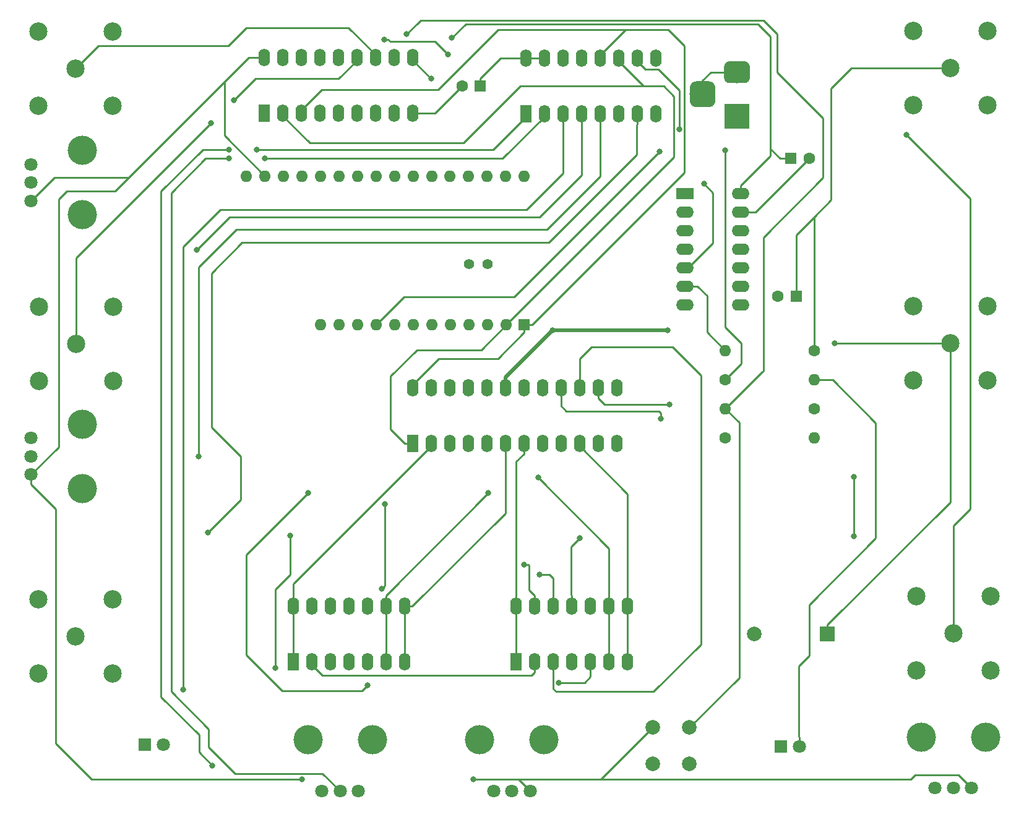
<source format=gbr>
G04 #@! TF.GenerationSoftware,KiCad,Pcbnew,(5.0.0)*
G04 #@! TF.CreationDate,2019-02-04T02:42:20+00:00*
G04 #@! TF.ProjectId,Maxime_Spikeling,4D6178696D655F5370696B656C696E67,rev?*
G04 #@! TF.SameCoordinates,Original*
G04 #@! TF.FileFunction,Copper,L1,Top,Signal*
G04 #@! TF.FilePolarity,Positive*
%FSLAX46Y46*%
G04 Gerber Fmt 4.6, Leading zero omitted, Abs format (unit mm)*
G04 Created by KiCad (PCBNEW (5.0.0)) date 02/04/19 02:42:20*
%MOMM*%
%LPD*%
G01*
G04 APERTURE LIST*
G04 #@! TA.AperFunction,ComponentPad*
%ADD10C,1.400000*%
G04 #@! TD*
G04 #@! TA.AperFunction,ComponentPad*
%ADD11O,2.400000X1.600000*%
G04 #@! TD*
G04 #@! TA.AperFunction,ComponentPad*
%ADD12R,2.400000X1.600000*%
G04 #@! TD*
G04 #@! TA.AperFunction,ComponentPad*
%ADD13R,1.600000X1.600000*%
G04 #@! TD*
G04 #@! TA.AperFunction,ComponentPad*
%ADD14O,1.600000X1.600000*%
G04 #@! TD*
G04 #@! TA.AperFunction,ComponentPad*
%ADD15C,2.500000*%
G04 #@! TD*
G04 #@! TA.AperFunction,ComponentPad*
%ADD16O,1.600000X2.400000*%
G04 #@! TD*
G04 #@! TA.AperFunction,ComponentPad*
%ADD17R,1.600000X2.400000*%
G04 #@! TD*
G04 #@! TA.AperFunction,ComponentPad*
%ADD18R,2.000000X2.000000*%
G04 #@! TD*
G04 #@! TA.AperFunction,ComponentPad*
%ADD19C,2.000000*%
G04 #@! TD*
G04 #@! TA.AperFunction,ComponentPad*
%ADD20C,1.800000*%
G04 #@! TD*
G04 #@! TA.AperFunction,WasherPad*
%ADD21C,4.000000*%
G04 #@! TD*
G04 #@! TA.AperFunction,ComponentPad*
%ADD22R,1.800000X1.800000*%
G04 #@! TD*
G04 #@! TA.AperFunction,ComponentPad*
%ADD23C,1.600000*%
G04 #@! TD*
G04 #@! TA.AperFunction,Conductor*
%ADD24C,0.100000*%
G04 #@! TD*
G04 #@! TA.AperFunction,ComponentPad*
%ADD25C,3.500000*%
G04 #@! TD*
G04 #@! TA.AperFunction,ComponentPad*
%ADD26C,3.000000*%
G04 #@! TD*
G04 #@! TA.AperFunction,ComponentPad*
%ADD27R,3.500000X3.500000*%
G04 #@! TD*
G04 #@! TA.AperFunction,ViaPad*
%ADD28C,0.800000*%
G04 #@! TD*
G04 #@! TA.AperFunction,Conductor*
%ADD29C,0.250000*%
G04 #@! TD*
G04 #@! TA.AperFunction,Conductor*
%ADD30C,0.500000*%
G04 #@! TD*
G04 APERTURE END LIST*
D10*
G04 #@! TO.P,,1*
G04 #@! TO.N,Net-(C1-Pad1)*
X86560000Y-59500000D03*
G04 #@! TD*
D11*
G04 #@! TO.P,,14*
G04 #@! TO.N,Net-(C1-Pad1)*
X123720000Y-49800000D03*
G04 #@! TO.P,,7*
G04 #@! TO.N,GNDREF*
X116100000Y-65040000D03*
G04 #@! TO.P,,13*
G04 #@! TO.N,Net-(C1-Pad2)*
X123720000Y-52340000D03*
G04 #@! TO.P,,6*
G04 #@! TO.N,Net-(R6-Pad2)*
X116100000Y-62500000D03*
G04 #@! TO.P,,12*
G04 #@! TO.N,Net-(U2-Pad12)*
X123720000Y-54880000D03*
G04 #@! TO.P,,5*
G04 #@! TO.N,Net-(U2-Pad5)*
X116100000Y-59960000D03*
G04 #@! TO.P,,11*
G04 #@! TO.N,Net-(U2-Pad11)*
X123720000Y-57420000D03*
G04 #@! TO.P,,4*
G04 #@! TO.N,GNDREF*
X116100000Y-57420000D03*
G04 #@! TO.P,,10*
X123720000Y-59960000D03*
G04 #@! TO.P,,3*
G04 #@! TO.N,Net-(BZ1-Pad1)*
X116100000Y-54880000D03*
G04 #@! TO.P,,9*
G04 #@! TO.N,Net-(U2-Pad9)*
X123720000Y-62500000D03*
G04 #@! TO.P,,2*
G04 #@! TO.N,Net-(U2-Pad2)*
X116100000Y-52340000D03*
G04 #@! TO.P,,8*
G04 #@! TO.N,Net-(U2-Pad8)*
X123720000Y-65040000D03*
D12*
G04 #@! TO.P,,1*
G04 #@! TO.N,GNDREF*
X116100000Y-49800000D03*
G04 #@! TD*
D13*
G04 #@! TO.P,,1*
G04 #@! TO.N,Net-(U1-Pad3)*
X94100000Y-67770000D03*
D14*
G04 #@! TO.P,,15*
G04 #@! TO.N,Net-(U2-Pad2)*
X89020000Y-47440000D03*
G04 #@! TO.P,,18*
G04 #@! TO.N,Net-(U3-Pad18)*
X81500000Y-47440000D03*
G04 #@! TO.P,,14*
G04 #@! TO.N,Net-(U2-Pad5)*
X91560000Y-47440000D03*
G04 #@! TO.P,,19*
G04 #@! TO.N,Net-(U1-Pad7)*
X78960000Y-47440000D03*
G04 #@! TO.P,,12*
G04 #@! TO.N,Net-(U3-Pad12)*
X66260000Y-67770000D03*
G04 #@! TO.P,,20*
G04 #@! TO.N,Net-(U3-Pad20)*
X76420000Y-47440000D03*
G04 #@! TO.P,,11*
G04 #@! TO.N,GNDREF*
X68800000Y-67770000D03*
G04 #@! TO.P,,21*
G04 #@! TO.N,Net-(U3-Pad21)*
X73880000Y-47440000D03*
G04 #@! TO.P,,10*
G04 #@! TO.N,Net-(U3-Pad10)*
X71340000Y-67770000D03*
G04 #@! TO.P,,22*
G04 #@! TO.N,Net-(U3-Pad22)*
X71340000Y-47440000D03*
G04 #@! TO.P,,9*
G04 #@! TO.N,Net-(U3-Pad9)*
X73880000Y-67770000D03*
G04 #@! TO.P,,23*
G04 #@! TO.N,Net-(U3-Pad23)*
X68800000Y-47440000D03*
G04 #@! TO.P,,8*
G04 #@! TO.N,Net-(U3-Pad8)*
X76420000Y-67770000D03*
G04 #@! TO.P,,24*
G04 #@! TO.N,Net-(U3-Pad24)*
X66260000Y-47440000D03*
G04 #@! TO.P,,7*
G04 #@! TO.N,Net-(U1-Pad1)*
X78960000Y-67770000D03*
G04 #@! TO.P,,25*
G04 #@! TO.N,GNDREF*
X63720000Y-47440000D03*
G04 #@! TO.P,,6*
G04 #@! TO.N,Net-(U3-Pad6)*
X81500000Y-67770000D03*
G04 #@! TO.P,,26*
G04 #@! TO.N,Net-(U3-Pad26)*
X61180000Y-47440000D03*
G04 #@! TO.P,,5*
G04 #@! TO.N,Net-(U3-Pad5)*
X84040000Y-67770000D03*
G04 #@! TO.P,,27*
G04 #@! TO.N,Net-(C1-Pad1)*
X58640000Y-47440000D03*
G04 #@! TO.P,,4*
G04 #@! TO.N,Net-(U3-Pad4)*
X86580000Y-67770000D03*
G04 #@! TO.P,,28*
G04 #@! TO.N,Net-(U3-Pad28)*
X56100000Y-47440000D03*
G04 #@! TO.P,,3*
G04 #@! TO.N,Net-(U3-Pad3)*
X89120000Y-67770000D03*
G04 #@! TO.P,,2*
G04 #@! TO.N,Net-(U1-Pad2)*
X91660000Y-67770000D03*
G04 #@! TO.P,,17*
G04 #@! TO.N,Net-(U3-Pad17)*
X83940000Y-47440000D03*
G04 #@! TO.P,,16*
G04 #@! TO.N,Net-(U3-Pad16)*
X86480000Y-47440000D03*
G04 #@! TO.P,,13*
G04 #@! TO.N,Net-(U3-Pad13)*
X94100000Y-47440000D03*
G04 #@! TD*
D15*
G04 #@! TO.P,Digital In 1,1*
G04 #@! TO.N,Net-(J1-Pad1)*
X32700000Y-32700000D03*
G04 #@! TO.P,Digital In 1,2*
G04 #@! TO.N,GNDREF*
X37780000Y-37780000D03*
X37780000Y-27620000D03*
X27620000Y-27620000D03*
X27620000Y-37780000D03*
G04 #@! TD*
G04 #@! TO.P,Digital In 2,1*
G04 #@! TO.N,Net-(J2-Pad1)*
X32800000Y-70400000D03*
G04 #@! TO.P,Digital In 2,2*
G04 #@! TO.N,GNDREF*
X37880000Y-75480000D03*
X37880000Y-65320000D03*
X27720000Y-65320000D03*
X27720000Y-75480000D03*
G04 #@! TD*
G04 #@! TO.P,Analog In,1*
G04 #@! TO.N,Net-(J4-Pad1)*
X32700000Y-110400000D03*
G04 #@! TO.P,Analog In,2*
G04 #@! TO.N,GNDREF*
X37780000Y-115480000D03*
X37780000Y-105320000D03*
X27620000Y-105320000D03*
X27620000Y-115480000D03*
G04 #@! TD*
G04 #@! TO.P,Stimulus,1*
G04 #@! TO.N,Net-(J3-Pad1)*
X152800000Y-110000000D03*
G04 #@! TO.P,Stimulus,2*
G04 #@! TO.N,GNDREF*
X157880000Y-115080000D03*
X157880000Y-104920000D03*
X147720000Y-104920000D03*
X147720000Y-115080000D03*
G04 #@! TD*
G04 #@! TO.P,Digital Out,1*
G04 #@! TO.N,Net-(BZ1-Pad1)*
X152400000Y-70300000D03*
G04 #@! TO.P,Digital Out,2*
G04 #@! TO.N,GNDREF*
X157480000Y-75380000D03*
X157480000Y-65220000D03*
X147320000Y-65220000D03*
X147320000Y-75380000D03*
G04 #@! TD*
G04 #@! TO.P,Analog Out,1*
G04 #@! TO.N,Net-(C3-Pad1)*
X152400000Y-32600000D03*
G04 #@! TO.P,Analog Out,2*
G04 #@! TO.N,GNDREF*
X157480000Y-37680000D03*
X157480000Y-27520000D03*
X147320000Y-27520000D03*
X147320000Y-37680000D03*
G04 #@! TD*
D16*
G04 #@! TO.P,,16*
G04 #@! TO.N,Net-(C1-Pad1)*
X94300000Y-31280000D03*
G04 #@! TO.P,,8*
G04 #@! TO.N,Net-(U4-Pad8)*
X112080000Y-38900000D03*
G04 #@! TO.P,,15*
G04 #@! TO.N,Net-(C1-Pad1)*
X96840000Y-31280000D03*
G04 #@! TO.P,,7*
G04 #@! TO.N,Net-(J4-Pad1)*
X109540000Y-38900000D03*
G04 #@! TO.P,,14*
G04 #@! TO.N,GNDREF*
X99380000Y-31280000D03*
G04 #@! TO.P,,6*
G04 #@! TO.N,Net-(StimPot1-Pad2)*
X107000000Y-38900000D03*
G04 #@! TO.P,,13*
G04 #@! TO.N,Net-(U1-Pad1)*
X101920000Y-31280000D03*
G04 #@! TO.P,,5*
G04 #@! TO.N,Net-(Syn2-Pad2)*
X104460000Y-38900000D03*
G04 #@! TO.P,,12*
G04 #@! TO.N,Net-(U1-Pad3)*
X104460000Y-31280000D03*
G04 #@! TO.P,,4*
G04 #@! TO.N,Net-(Syn1-Pad5)*
X101920000Y-38900000D03*
G04 #@! TO.P,,11*
G04 #@! TO.N,Net-(U1-Pad2)*
X107000000Y-31280000D03*
G04 #@! TO.P,,3*
G04 #@! TO.N,Net-(J8-Pad1)*
X99380000Y-38900000D03*
G04 #@! TO.P,,10*
G04 #@! TO.N,Net-(U3-Pad9)*
X109540000Y-31280000D03*
G04 #@! TO.P,,2*
G04 #@! TO.N,Net-(Noise1-Pad2)*
X96840000Y-38900000D03*
G04 #@! TO.P,,9*
G04 #@! TO.N,GNDREF*
X112080000Y-31280000D03*
D17*
G04 #@! TO.P,,1*
G04 #@! TO.N,Net-(U4-Pad1)*
X94300000Y-38900000D03*
G04 #@! TD*
D16*
G04 #@! TO.P,,14*
G04 #@! TO.N,Net-(U5-Pad2)*
X62480000Y-106290000D03*
G04 #@! TO.P,,7*
G04 #@! TO.N,Net-(U5-Pad6)*
X77720000Y-113910000D03*
G04 #@! TO.P,,13*
G04 #@! TO.N,Net-(U5-Pad20)*
X65020000Y-106290000D03*
G04 #@! TO.P,,6*
G04 #@! TO.N,Net-(U5-Pad11)*
X75180000Y-113910000D03*
G04 #@! TO.P,,12*
G04 #@! TO.N,Net-(U5-Pad16)*
X67560000Y-106290000D03*
G04 #@! TO.P,,5*
G04 #@! TO.N,Net-(U5-Pad23)*
X72640000Y-113910000D03*
G04 #@! TO.P,,11*
G04 #@! TO.N,Net-(U5-Pad14)*
X70100000Y-106290000D03*
G04 #@! TO.P,,4*
G04 #@! TO.N,Net-(U5-Pad21)*
X70100000Y-113910000D03*
G04 #@! TO.P,,10*
G04 #@! TO.N,Net-(U5-Pad22)*
X72640000Y-106290000D03*
G04 #@! TO.P,,3*
G04 #@! TO.N,Net-(U5-Pad15)*
X67560000Y-113910000D03*
G04 #@! TO.P,,9*
G04 #@! TO.N,Net-(U5-Pad11)*
X75180000Y-106290000D03*
G04 #@! TO.P,,2*
G04 #@! TO.N,Net-(U5-Pad17)*
X65020000Y-113910000D03*
G04 #@! TO.P,,8*
G04 #@! TO.N,Net-(U5-Pad6)*
X77720000Y-106290000D03*
D17*
G04 #@! TO.P,,1*
G04 #@! TO.N,Net-(U5-Pad2)*
X62480000Y-113910000D03*
G04 #@! TD*
D16*
G04 #@! TO.P,,14*
G04 #@! TO.N,Net-(U5-Pad7)*
X92980000Y-106290000D03*
G04 #@! TO.P,,7*
G04 #@! TO.N,Net-(U5-Pad10)*
X108220000Y-113910000D03*
G04 #@! TO.P,,13*
G04 #@! TO.N,Net-(U5-Pad20)*
X95520000Y-106290000D03*
G04 #@! TO.P,,6*
G04 #@! TO.N,Net-(U5-Pad3)*
X105680000Y-113910000D03*
G04 #@! TO.P,,12*
G04 #@! TO.N,Net-(U5-Pad16)*
X98060000Y-106290000D03*
G04 #@! TO.P,,5*
G04 #@! TO.N,Net-(U5-Pad23)*
X103140000Y-113910000D03*
G04 #@! TO.P,,11*
G04 #@! TO.N,Net-(U5-Pad14)*
X100600000Y-106290000D03*
G04 #@! TO.P,,4*
G04 #@! TO.N,Net-(U5-Pad21)*
X100600000Y-113910000D03*
G04 #@! TO.P,,10*
G04 #@! TO.N,Net-(U5-Pad22)*
X103140000Y-106290000D03*
G04 #@! TO.P,,3*
G04 #@! TO.N,Net-(U5-Pad15)*
X98060000Y-113910000D03*
G04 #@! TO.P,,9*
G04 #@! TO.N,Net-(U5-Pad3)*
X105680000Y-106290000D03*
G04 #@! TO.P,,2*
G04 #@! TO.N,Net-(U5-Pad17)*
X95520000Y-113910000D03*
G04 #@! TO.P,,8*
G04 #@! TO.N,Net-(U5-Pad10)*
X108220000Y-106290000D03*
D17*
G04 #@! TO.P,,1*
G04 #@! TO.N,Net-(U5-Pad7)*
X92980000Y-113910000D03*
G04 #@! TD*
D18*
G04 #@! TO.P,Speaker,1*
G04 #@! TO.N,Net-(BZ1-Pad1)*
X135600000Y-110100000D03*
D19*
G04 #@! TO.P,Speaker,2*
G04 #@! TO.N,GNDREF*
X125600000Y-110100000D03*
G04 #@! TD*
G04 #@! TO.P,Mode,1*
G04 #@! TO.N,Net-(C1-Pad1)*
X111700000Y-122900000D03*
G04 #@! TO.P,Mode,2*
G04 #@! TO.N,Net-(J7-Pad2)*
X116700000Y-122900000D03*
G04 #@! TO.P,Mode,4*
G04 #@! TO.N,N/C*
X116700000Y-127900000D03*
G04 #@! TO.P,Mode,3*
X111700000Y-127900000D03*
G04 #@! TD*
D20*
G04 #@! TO.P,Vm,3*
G04 #@! TO.N,GNDREF*
X89900000Y-131600000D03*
G04 #@! TO.P,Vm,2*
G04 #@! TO.N,Net-(U4-Pad1)*
X92400000Y-131600000D03*
G04 #@! TO.P,Vm,1*
G04 #@! TO.N,Net-(C1-Pad1)*
X94900000Y-131600000D03*
D21*
G04 #@! TO.P,Vm,*
G04 #@! TO.N,*
X88000000Y-124600000D03*
X96800000Y-124600000D03*
G04 #@! TD*
D20*
G04 #@! TO.P,,3*
G04 #@! TO.N,GNDREF*
X66400000Y-131600000D03*
G04 #@! TO.P,,2*
G04 #@! TO.N,Net-(Noise1-Pad2)*
X68900000Y-131600000D03*
G04 #@! TO.P,,1*
G04 #@! TO.N,Net-(C1-Pad1)*
X71400000Y-131600000D03*
D21*
G04 #@! TO.P,,*
G04 #@! TO.N,*
X64500000Y-124600000D03*
X73300000Y-124600000D03*
G04 #@! TD*
D16*
G04 #@! TO.P,,24*
G04 #@! TO.N,Net-(U1-Pad3)*
X78800000Y-76380000D03*
G04 #@! TO.P,,12*
G04 #@! TO.N,Net-(U3-Pad20)*
X106740000Y-84000000D03*
G04 #@! TO.P,,23*
G04 #@! TO.N,Net-(U5-Pad23)*
X81340000Y-76380000D03*
G04 #@! TO.P,,11*
G04 #@! TO.N,Net-(U5-Pad11)*
X104200000Y-84000000D03*
G04 #@! TO.P,,22*
G04 #@! TO.N,Net-(U5-Pad22)*
X83880000Y-76380000D03*
G04 #@! TO.P,,10*
G04 #@! TO.N,Net-(U5-Pad10)*
X101660000Y-84000000D03*
G04 #@! TO.P,,21*
G04 #@! TO.N,Net-(U5-Pad21)*
X86420000Y-76380000D03*
G04 #@! TO.P,,9*
G04 #@! TO.N,GNDREF*
X99120000Y-84000000D03*
G04 #@! TO.P,,20*
G04 #@! TO.N,Net-(U5-Pad20)*
X88960000Y-76380000D03*
G04 #@! TO.P,,8*
G04 #@! TO.N,Net-(U5-Pad8)*
X96580000Y-84000000D03*
G04 #@! TO.P,,19*
G04 #@! TO.N,N/C*
X91500000Y-76380000D03*
G04 #@! TO.P,,7*
G04 #@! TO.N,Net-(U5-Pad7)*
X94040000Y-84000000D03*
G04 #@! TO.P,,18*
G04 #@! TO.N,Net-(U5-Pad18)*
X94040000Y-76380000D03*
G04 #@! TO.P,,6*
G04 #@! TO.N,Net-(U5-Pad6)*
X91500000Y-84000000D03*
G04 #@! TO.P,,17*
G04 #@! TO.N,Net-(U5-Pad17)*
X96580000Y-76380000D03*
G04 #@! TO.P,,5*
G04 #@! TO.N,Net-(U5-Pad5)*
X88960000Y-84000000D03*
G04 #@! TO.P,,16*
G04 #@! TO.N,Net-(U5-Pad16)*
X99120000Y-76380000D03*
G04 #@! TO.P,,4*
G04 #@! TO.N,GNDREF*
X86420000Y-84000000D03*
G04 #@! TO.P,,15*
G04 #@! TO.N,Net-(U5-Pad15)*
X101660000Y-76380000D03*
G04 #@! TO.P,,3*
G04 #@! TO.N,Net-(U5-Pad3)*
X83880000Y-84000000D03*
G04 #@! TO.P,,14*
G04 #@! TO.N,Net-(U5-Pad14)*
X104200000Y-76380000D03*
G04 #@! TO.P,,2*
G04 #@! TO.N,Net-(U5-Pad2)*
X81340000Y-84000000D03*
G04 #@! TO.P,,13*
G04 #@! TO.N,Net-(U1-Pad1)*
X106740000Y-76380000D03*
D17*
G04 #@! TO.P,,1*
G04 #@! TO.N,Net-(U1-Pad2)*
X78800000Y-84000000D03*
G04 #@! TD*
D16*
G04 #@! TO.P,,18*
G04 #@! TO.N,Net-(C1-Pad1)*
X58500000Y-31180000D03*
G04 #@! TO.P,,9*
G04 #@! TO.N,GNDREF*
X78820000Y-38800000D03*
G04 #@! TO.P,,17*
G04 #@! TO.N,Net-(U1-Pad17)*
X61040000Y-31180000D03*
G04 #@! TO.P,,8*
G04 #@! TO.N,Net-(U1-Pad8)*
X76280000Y-38800000D03*
G04 #@! TO.P,,16*
G04 #@! TO.N,Net-(U1-Pad16)*
X63580000Y-31180000D03*
G04 #@! TO.P,,7*
G04 #@! TO.N,Net-(U1-Pad7)*
X73740000Y-38800000D03*
G04 #@! TO.P,,15*
G04 #@! TO.N,Net-(U1-Pad15)*
X66120000Y-31180000D03*
G04 #@! TO.P,,6*
G04 #@! TO.N,Net-(C1-Pad1)*
X71200000Y-38800000D03*
G04 #@! TO.P,,14*
G04 #@! TO.N,Net-(J3-Pad1)*
X68660000Y-31180000D03*
G04 #@! TO.P,,5*
G04 #@! TO.N,GNDREF*
X68660000Y-38800000D03*
G04 #@! TO.P,,13*
G04 #@! TO.N,Net-(J2-Pad1)*
X71200000Y-31180000D03*
G04 #@! TO.P,,4*
G04 #@! TO.N,GNDREF*
X66120000Y-38800000D03*
G04 #@! TO.P,,12*
G04 #@! TO.N,Net-(J1-Pad1)*
X73740000Y-31180000D03*
G04 #@! TO.P,,3*
G04 #@! TO.N,Net-(U1-Pad3)*
X63580000Y-38800000D03*
G04 #@! TO.P,,11*
G04 #@! TO.N,Net-(J7-Pad2)*
X76280000Y-31180000D03*
G04 #@! TO.P,,2*
G04 #@! TO.N,Net-(U1-Pad2)*
X61040000Y-38800000D03*
G04 #@! TO.P,,10*
G04 #@! TO.N,Net-(R3-Pad1)*
X78820000Y-31180000D03*
D17*
G04 #@! TO.P,,1*
G04 #@! TO.N,Net-(U1-Pad1)*
X58500000Y-38800000D03*
G04 #@! TD*
D22*
G04 #@! TO.P,J8,1*
G04 #@! TO.N,Net-(J8-Pad1)*
X42200000Y-125300000D03*
D20*
G04 #@! TO.P,J8,2*
G04 #@! TO.N,Net-(J8-Pad2)*
X44740000Y-125300000D03*
G04 #@! TD*
D23*
G04 #@! TO.P,10 k\03A9,1*
G04 #@! TO.N,GNDREF*
X133800000Y-79300000D03*
D14*
G04 #@! TO.P,10 k\03A9,2*
G04 #@! TO.N,Net-(J7-Pad2)*
X121620000Y-79300000D03*
G04 #@! TD*
G04 #@! TO.P,,2*
G04 #@! TO.N,GNDREF*
X133780000Y-83300000D03*
D23*
G04 #@! TO.P,,1*
G04 #@! TO.N,Net-(J8-Pad2)*
X121600000Y-83300000D03*
G04 #@! TD*
D20*
G04 #@! TO.P,,3*
G04 #@! TO.N,GNDREF*
X150300000Y-131200000D03*
G04 #@! TO.P,,2*
G04 #@! TO.N,Net-(StimPot1-Pad2)*
X152800000Y-131200000D03*
G04 #@! TO.P,,1*
G04 #@! TO.N,Net-(C1-Pad1)*
X155300000Y-131200000D03*
D21*
G04 #@! TO.P,,*
G04 #@! TO.N,*
X148400000Y-124200000D03*
X157200000Y-124200000D03*
G04 #@! TD*
G04 #@! TO.P,Synapse 1,*
G04 #@! TO.N,*
X33600000Y-52700000D03*
X33600000Y-43900000D03*
D20*
G04 #@! TO.P,Synapse 1,1*
G04 #@! TO.N,Net-(C1-Pad1)*
X26600000Y-50800000D03*
G04 #@! TO.P,Synapse 1,2*
G04 #@! TO.N,Net-(Syn1-Pad5)*
X26600000Y-48300000D03*
G04 #@! TO.P,Synapse 1,3*
G04 #@! TO.N,GNDREF*
X26600000Y-45800000D03*
G04 #@! TD*
D21*
G04 #@! TO.P,Synapse 2,*
G04 #@! TO.N,*
X33600000Y-90200000D03*
X33600000Y-81400000D03*
D20*
G04 #@! TO.P,Synapse 2,1*
G04 #@! TO.N,Net-(C1-Pad1)*
X26600000Y-88300000D03*
G04 #@! TO.P,Synapse 2,2*
G04 #@! TO.N,Net-(Syn2-Pad2)*
X26600000Y-85800000D03*
G04 #@! TO.P,Synapse 2,3*
G04 #@! TO.N,GNDREF*
X26600000Y-83300000D03*
G04 #@! TD*
D13*
G04 #@! TO.P,1 uF,1*
G04 #@! TO.N,Net-(C1-Pad1)*
X130600000Y-45000000D03*
D23*
G04 #@! TO.P,1 uF,2*
G04 #@! TO.N,Net-(C1-Pad2)*
X133100000Y-45000000D03*
G04 #@! TD*
G04 #@! TO.P,1 uF,2*
G04 #@! TO.N,GNDREF*
X85600000Y-35100000D03*
D13*
G04 #@! TO.P,1 uF,1*
G04 #@! TO.N,Net-(C1-Pad1)*
X88100000Y-35100000D03*
G04 #@! TD*
D22*
G04 #@! TO.P,LED,1*
G04 #@! TO.N,GNDREF*
X129200000Y-125500000D03*
D20*
G04 #@! TO.P,LED,2*
G04 #@! TO.N,Net-(D1-Pad2)*
X131740000Y-125500000D03*
G04 #@! TD*
D14*
G04 #@! TO.P,,2*
G04 #@! TO.N,Net-(D1-Pad2)*
X133780000Y-75300000D03*
D23*
G04 #@! TO.P,,1*
G04 #@! TO.N,Net-(R3-Pad1)*
X121600000Y-75300000D03*
G04 #@! TD*
D13*
G04 #@! TO.P,1 nF,1*
G04 #@! TO.N,Net-(C3-Pad1)*
X131300000Y-63900000D03*
D23*
G04 #@! TO.P,1 nF,2*
G04 #@! TO.N,GNDREF*
X128800000Y-63900000D03*
G04 #@! TD*
D14*
G04 #@! TO.P,10 \03A9,2*
G04 #@! TO.N,Net-(R6-Pad2)*
X121620000Y-71300000D03*
D23*
G04 #@! TO.P,10 \03A9,1*
G04 #@! TO.N,Net-(C3-Pad1)*
X133800000Y-71300000D03*
G04 #@! TD*
D24*
G04 #@! TO.N,GNDREF*
G04 #@! TO.C,5V*
G36*
X119460765Y-34454213D02*
X119545704Y-34466813D01*
X119628999Y-34487677D01*
X119709848Y-34516605D01*
X119787472Y-34553319D01*
X119861124Y-34597464D01*
X119930094Y-34648616D01*
X119993718Y-34706282D01*
X120051384Y-34769906D01*
X120102536Y-34838876D01*
X120146681Y-34912528D01*
X120183395Y-34990152D01*
X120212323Y-35071001D01*
X120233187Y-35154296D01*
X120245787Y-35239235D01*
X120250000Y-35325000D01*
X120250000Y-37075000D01*
X120245787Y-37160765D01*
X120233187Y-37245704D01*
X120212323Y-37328999D01*
X120183395Y-37409848D01*
X120146681Y-37487472D01*
X120102536Y-37561124D01*
X120051384Y-37630094D01*
X119993718Y-37693718D01*
X119930094Y-37751384D01*
X119861124Y-37802536D01*
X119787472Y-37846681D01*
X119709848Y-37883395D01*
X119628999Y-37912323D01*
X119545704Y-37933187D01*
X119460765Y-37945787D01*
X119375000Y-37950000D01*
X117625000Y-37950000D01*
X117539235Y-37945787D01*
X117454296Y-37933187D01*
X117371001Y-37912323D01*
X117290152Y-37883395D01*
X117212528Y-37846681D01*
X117138876Y-37802536D01*
X117069906Y-37751384D01*
X117006282Y-37693718D01*
X116948616Y-37630094D01*
X116897464Y-37561124D01*
X116853319Y-37487472D01*
X116816605Y-37409848D01*
X116787677Y-37328999D01*
X116766813Y-37245704D01*
X116754213Y-37160765D01*
X116750000Y-37075000D01*
X116750000Y-35325000D01*
X116754213Y-35239235D01*
X116766813Y-35154296D01*
X116787677Y-35071001D01*
X116816605Y-34990152D01*
X116853319Y-34912528D01*
X116897464Y-34838876D01*
X116948616Y-34769906D01*
X117006282Y-34706282D01*
X117069906Y-34648616D01*
X117138876Y-34597464D01*
X117212528Y-34553319D01*
X117290152Y-34516605D01*
X117371001Y-34487677D01*
X117454296Y-34466813D01*
X117539235Y-34454213D01*
X117625000Y-34450000D01*
X119375000Y-34450000D01*
X119460765Y-34454213D01*
X119460765Y-34454213D01*
G37*
D25*
G04 #@! TD*
G04 #@! TO.P,5V,3*
G04 #@! TO.N,GNDREF*
X118500000Y-36200000D03*
D24*
G04 #@! TO.N,GNDREF*
G04 #@! TO.C,5V*
G36*
X124273513Y-31703611D02*
X124346318Y-31714411D01*
X124417714Y-31732295D01*
X124487013Y-31757090D01*
X124553548Y-31788559D01*
X124616678Y-31826398D01*
X124675795Y-31870242D01*
X124730330Y-31919670D01*
X124779758Y-31974205D01*
X124823602Y-32033322D01*
X124861441Y-32096452D01*
X124892910Y-32162987D01*
X124917705Y-32232286D01*
X124935589Y-32303682D01*
X124946389Y-32376487D01*
X124950000Y-32450000D01*
X124950000Y-33950000D01*
X124946389Y-34023513D01*
X124935589Y-34096318D01*
X124917705Y-34167714D01*
X124892910Y-34237013D01*
X124861441Y-34303548D01*
X124823602Y-34366678D01*
X124779758Y-34425795D01*
X124730330Y-34480330D01*
X124675795Y-34529758D01*
X124616678Y-34573602D01*
X124553548Y-34611441D01*
X124487013Y-34642910D01*
X124417714Y-34667705D01*
X124346318Y-34685589D01*
X124273513Y-34696389D01*
X124200000Y-34700000D01*
X122200000Y-34700000D01*
X122126487Y-34696389D01*
X122053682Y-34685589D01*
X121982286Y-34667705D01*
X121912987Y-34642910D01*
X121846452Y-34611441D01*
X121783322Y-34573602D01*
X121724205Y-34529758D01*
X121669670Y-34480330D01*
X121620242Y-34425795D01*
X121576398Y-34366678D01*
X121538559Y-34303548D01*
X121507090Y-34237013D01*
X121482295Y-34167714D01*
X121464411Y-34096318D01*
X121453611Y-34023513D01*
X121450000Y-33950000D01*
X121450000Y-32450000D01*
X121453611Y-32376487D01*
X121464411Y-32303682D01*
X121482295Y-32232286D01*
X121507090Y-32162987D01*
X121538559Y-32096452D01*
X121576398Y-32033322D01*
X121620242Y-31974205D01*
X121669670Y-31919670D01*
X121724205Y-31870242D01*
X121783322Y-31826398D01*
X121846452Y-31788559D01*
X121912987Y-31757090D01*
X121982286Y-31732295D01*
X122053682Y-31714411D01*
X122126487Y-31703611D01*
X122200000Y-31700000D01*
X124200000Y-31700000D01*
X124273513Y-31703611D01*
X124273513Y-31703611D01*
G37*
D26*
G04 #@! TD*
G04 #@! TO.P,5V,2*
G04 #@! TO.N,GNDREF*
X123200000Y-33200000D03*
D27*
G04 #@! TO.P,5V,1*
G04 #@! TO.N,N/C*
X123200000Y-39200000D03*
G04 #@! TD*
D10*
G04 #@! TO.P,,1*
G04 #@! TO.N,N/C*
X89100000Y-59500000D03*
G04 #@! TD*
D28*
G04 #@! TO.N,Net-(J7-Pad2)*
X78000000Y-28010000D03*
G04 #@! TO.N,Net-(J2-Pad1)*
X54400000Y-37000000D03*
X51200000Y-40200000D03*
G04 #@! TO.N,Net-(J3-Pad1)*
X74900000Y-28700000D03*
X83700000Y-30800000D03*
G04 #@! TO.N,*
X113700000Y-68500000D03*
X98000000Y-68500000D03*
G04 #@! TO.N,Net-(J3-Pad1)*
X146400000Y-41800000D03*
G04 #@! TO.N,Net-(C1-Pad1)*
X84200000Y-28500000D03*
X63700000Y-130000000D03*
X87100000Y-130000000D03*
G04 #@! TO.N,Net-(U2-Pad5)*
X118700000Y-48500000D03*
G04 #@! TO.N,Net-(J8-Pad1)*
X47400000Y-117700000D03*
G04 #@! TO.N,Net-(J4-Pad1)*
X50800000Y-96200000D03*
G04 #@! TO.N,Net-(Noise1-Pad2)*
X58600000Y-45000000D03*
X53700000Y-45000000D03*
G04 #@! TO.N,Net-(Syn2-Pad2)*
X49500000Y-85800000D03*
G04 #@! TO.N,Net-(R3-Pad1)*
X81340000Y-34100000D03*
G04 #@! TO.N,Net-(U5-Pad14)*
X101700000Y-97000000D03*
X114000000Y-78700000D03*
G04 #@! TO.N,Net-(U3-Pad9)*
X112600000Y-44100000D03*
X115300000Y-41000000D03*
G04 #@! TO.N,Net-(U5-Pad3)*
X96000000Y-88700000D03*
G04 #@! TO.N,Net-(U5-Pad16)*
X96200000Y-102000000D03*
X112750000Y-80650000D03*
G04 #@! TO.N,Net-(U5-Pad20)*
X94100000Y-100600000D03*
G04 #@! TO.N,Net-(U5-Pad21)*
X62050000Y-96600000D03*
X60050000Y-114800000D03*
G04 #@! TO.N,Net-(U5-Pad22)*
X74630000Y-103900000D03*
X75050000Y-92350000D03*
G04 #@! TO.N,Net-(U5-Pad23)*
X64550000Y-90800000D03*
X72650000Y-117100000D03*
X98800000Y-116750000D03*
G04 #@! TO.N,Net-(StimPot1-Pad2)*
X139200000Y-88600000D03*
X139200000Y-96700000D03*
G04 #@! TO.N,Net-(R3-Pad1)*
X121600000Y-43900000D03*
G04 #@! TO.N,Net-(U4-Pad1)*
X57500000Y-43800000D03*
X53700000Y-43800000D03*
X51400000Y-128100000D03*
G04 #@! TO.N,Net-(Syn1-Pad5)*
X49300000Y-57500000D03*
G04 #@! TO.N,Net-(U5-Pad11)*
X89200000Y-90820000D03*
G04 #@! TO.N,Net-(BZ1-Pad1)*
X136600000Y-70300000D03*
G04 #@! TD*
D29*
G04 #@! TO.N,Net-(U1-Pad2)*
X77750000Y-84000000D02*
X75800000Y-82050000D01*
X78800000Y-84000000D02*
X77750000Y-84000000D01*
X91660000Y-67770000D02*
X88230000Y-71200000D01*
X88230000Y-71200000D02*
X79400000Y-71200000D01*
X75800000Y-74800000D02*
X75800000Y-82050000D01*
X79400000Y-71200000D02*
X75800000Y-74800000D01*
X107000000Y-31680000D02*
X107000000Y-31280000D01*
X110420000Y-35100000D02*
X107000000Y-31680000D01*
X61040000Y-39200000D02*
X64740000Y-42900000D01*
X61040000Y-38800000D02*
X61040000Y-39200000D01*
X64740000Y-42900000D02*
X85800000Y-42900000D01*
X93600000Y-35100000D02*
X110420000Y-35100000D01*
X85800000Y-42900000D02*
X93600000Y-35100000D01*
G04 #@! TO.N,Net-(J7-Pad2)*
X123500000Y-81180000D02*
X121620000Y-79300000D01*
X116700000Y-122900000D02*
X123500000Y-116100000D01*
X123500000Y-116100000D02*
X123500000Y-81180000D01*
X79600000Y-26410000D02*
X79600000Y-26400000D01*
X78000000Y-28010000D02*
X79600000Y-26410000D01*
X126700000Y-74220000D02*
X121620000Y-79300000D01*
X79910000Y-26100000D02*
X126800000Y-26100000D01*
X79600000Y-26410000D02*
X79910000Y-26100000D01*
X126800000Y-26100000D02*
X128700000Y-28000000D01*
X128700000Y-28000000D02*
X128700000Y-33200000D01*
X128700000Y-33200000D02*
X135000000Y-39500000D01*
X135000000Y-39500000D02*
X135000000Y-47600000D01*
X135000000Y-47600000D02*
X126800000Y-55800000D01*
X126800000Y-74120000D02*
X126700000Y-74220000D01*
X126800000Y-55800000D02*
X126800000Y-74120000D01*
G04 #@! TO.N,Net-(U1-Pad3)*
X78800000Y-75980000D02*
X82380000Y-72400000D01*
X78800000Y-76380000D02*
X78800000Y-75980000D01*
X94100000Y-68820000D02*
X94100000Y-67770000D01*
X90520000Y-72400000D02*
X94100000Y-68820000D01*
X82380000Y-72400000D02*
X90520000Y-72400000D01*
X94100000Y-67770000D02*
X95150000Y-67770000D01*
X104460000Y-30880000D02*
X104460000Y-31280000D01*
X107940000Y-27400000D02*
X104460000Y-30880000D01*
X63580000Y-38400000D02*
X63580000Y-38800000D01*
X66380000Y-35600000D02*
X63580000Y-38400000D01*
X82300000Y-35600000D02*
X66380000Y-35600000D01*
X107940000Y-27400000D02*
X90500000Y-27400000D01*
X90500000Y-27400000D02*
X82300000Y-35600000D01*
G04 #@! TO.N,Net-(J1-Pad1)*
X35800000Y-29600000D02*
X32700000Y-32700000D01*
X53600000Y-29600000D02*
X35800000Y-29600000D01*
X56100000Y-27100000D02*
X53600000Y-29600000D01*
X70060000Y-27100000D02*
X56100000Y-27100000D01*
X73740000Y-31180000D02*
X73740000Y-30780000D01*
X73740000Y-30780000D02*
X70060000Y-27100000D01*
G04 #@! TO.N,GNDREF*
X81900000Y-38800000D02*
X78820000Y-38800000D01*
X85600000Y-35100000D02*
X81900000Y-38800000D01*
G04 #@! TO.N,Net-(J2-Pad1)*
X71200000Y-31580000D02*
X68680000Y-34100000D01*
X71200000Y-31180000D02*
X71200000Y-31580000D01*
X68680000Y-34100000D02*
X57300000Y-34100000D01*
X57300000Y-34100000D02*
X54400000Y-37000000D01*
X54400000Y-37000000D02*
X54400000Y-37000000D01*
X47200000Y-44200000D02*
X51200000Y-40200000D01*
X32800000Y-70400000D02*
X32800000Y-58600000D01*
X32800000Y-58600000D02*
X47200000Y-44200000D01*
G04 #@! TO.N,Net-(J3-Pad1)*
X75465685Y-28700000D02*
X75765685Y-29000000D01*
X74900000Y-28700000D02*
X75465685Y-28700000D01*
X75765685Y-29000000D02*
X81900000Y-29000000D01*
X81900000Y-29000000D02*
X83700000Y-30800000D01*
X83700000Y-30800000D02*
X83700000Y-30800000D01*
D30*
G04 #@! TO.N,*
X113134315Y-68500000D02*
X113700000Y-68500000D01*
X97930000Y-68500000D02*
X98000000Y-68500000D01*
X91500000Y-74930000D02*
X97930000Y-68500000D01*
X91500000Y-76380000D02*
X91500000Y-74930000D01*
X98000000Y-68500000D02*
X113134315Y-68500000D01*
D29*
G04 #@! TO.N,Net-(J3-Pad1)*
X152800000Y-95300000D02*
X152800000Y-110000000D01*
X155100000Y-93000000D02*
X152800000Y-95300000D01*
G04 #@! TO.N,Net-(C1-Pad1)*
X56420000Y-31180000D02*
X58500000Y-31180000D01*
X53100000Y-34500000D02*
X56420000Y-31180000D01*
X58640000Y-47440000D02*
X53100000Y-41900000D01*
X53100000Y-41900000D02*
X53100000Y-34500000D01*
X96840000Y-31280000D02*
X94300000Y-31280000D01*
X88100000Y-34050000D02*
X88100000Y-35100000D01*
X90870000Y-31280000D02*
X88100000Y-34050000D01*
X94300000Y-31280000D02*
X90870000Y-31280000D01*
X84200000Y-28500000D02*
X84200000Y-28500000D01*
X29800000Y-47600000D02*
X26600000Y-50800000D01*
X53100000Y-34500000D02*
X40000000Y-47600000D01*
X40000000Y-47600000D02*
X29800000Y-47600000D01*
X38100000Y-49500000D02*
X40000000Y-47600000D01*
X31500000Y-49500000D02*
X38100000Y-49500000D01*
X30400000Y-50600000D02*
X31500000Y-49500000D01*
X26600000Y-88300000D02*
X30400000Y-84500000D01*
X30400000Y-84500000D02*
X30400000Y-50600000D01*
X26600000Y-89572792D02*
X30000000Y-92972792D01*
X26600000Y-88300000D02*
X26600000Y-89572792D01*
X30000000Y-92972792D02*
X30000000Y-124100000D01*
X30000000Y-124100000D02*
X30000000Y-125000000D01*
X30000000Y-125000000D02*
X30000000Y-125100000D01*
X30000000Y-125100000D02*
X34900000Y-130000000D01*
X34900000Y-130000000D02*
X63700000Y-130000000D01*
X63700000Y-130000000D02*
X63700000Y-130000000D01*
X93300000Y-130000000D02*
X94900000Y-131600000D01*
X87100000Y-130000000D02*
X93300000Y-130000000D01*
X104600000Y-130000000D02*
X111700000Y-122900000D01*
X93300000Y-130000000D02*
X104600000Y-130000000D01*
X104600000Y-130000000D02*
X108100000Y-130000000D01*
X108125001Y-129974999D02*
X147025001Y-129974999D01*
X108100000Y-130000000D02*
X108125001Y-129974999D01*
X147025001Y-129974999D02*
X147600000Y-129400000D01*
X153500000Y-129400000D02*
X155300000Y-131200000D01*
X147600000Y-129400000D02*
X153500000Y-129400000D01*
X58500000Y-30780000D02*
X58500000Y-31180000D01*
X129100000Y-45000000D02*
X130600000Y-45000000D01*
X127800000Y-43700000D02*
X129100000Y-45000000D01*
X127800000Y-28300000D02*
X127800000Y-43700000D01*
X126100000Y-26600000D02*
X127800000Y-28300000D01*
X84200000Y-28500000D02*
X86100000Y-26600000D01*
X86100000Y-26600000D02*
X126100000Y-26600000D01*
X127800000Y-44670000D02*
X127800000Y-43700000D01*
X123720000Y-48750000D02*
X127800000Y-44670000D01*
X123720000Y-49800000D02*
X123720000Y-48750000D01*
G04 #@! TO.N,Net-(U2-Pad5)*
X116500000Y-59960000D02*
X116100000Y-59960000D01*
X119900000Y-56560000D02*
X116500000Y-59960000D01*
X119900000Y-49700000D02*
X119900000Y-56560000D01*
X118700000Y-48500000D02*
X119900000Y-49700000D01*
G04 #@! TO.N,Net-(C1-Pad2)*
X124120000Y-52340000D02*
X123720000Y-52340000D01*
X125760000Y-52340000D02*
X133100000Y-45000000D01*
X123720000Y-52340000D02*
X125760000Y-52340000D01*
G04 #@! TO.N,Net-(U3-Pad9)*
X73880000Y-67770000D02*
X77650000Y-64000000D01*
X77650000Y-64000000D02*
X91100000Y-64000000D01*
X91100000Y-64000000D02*
X92700000Y-64000000D01*
X92700000Y-64000000D02*
X112600000Y-44100000D01*
X112600000Y-44100000D02*
X112600000Y-44100000D01*
X112600000Y-44100000D02*
X112600000Y-44100000D01*
G04 #@! TO.N,Net-(J8-Pad1)*
X99380000Y-38900000D02*
X99380000Y-47020000D01*
X99380000Y-47020000D02*
X94400000Y-52000000D01*
X94400000Y-52000000D02*
X52500000Y-52000000D01*
X52500000Y-52000000D02*
X47400000Y-57100000D01*
X47400000Y-57100000D02*
X47400000Y-117700000D01*
X47400000Y-117700000D02*
X47400000Y-117700000D01*
G04 #@! TO.N,Net-(J4-Pad1)*
X109540000Y-40350000D02*
X109500000Y-40390000D01*
X109540000Y-38900000D02*
X109540000Y-40350000D01*
X109500000Y-40390000D02*
X109500000Y-44500000D01*
X109500000Y-44500000D02*
X97500000Y-56500000D01*
X97500000Y-56500000D02*
X55500000Y-56500000D01*
X55500000Y-56500000D02*
X51300000Y-60700000D01*
X51300000Y-60700000D02*
X51300000Y-67800000D01*
X51300000Y-67800000D02*
X51300000Y-69800000D01*
X51300000Y-69800000D02*
X51300000Y-81800000D01*
X51300000Y-81800000D02*
X55300000Y-85800000D01*
X55300000Y-85800000D02*
X55300000Y-91700000D01*
X55300000Y-91700000D02*
X50800000Y-96200000D01*
X50800000Y-96200000D02*
X50800000Y-96200000D01*
G04 #@! TO.N,Net-(U5-Pad6)*
X77720000Y-106290000D02*
X77720000Y-107740000D01*
G04 #@! TO.N,Net-(Noise1-Pad2)*
X96840000Y-39300000D02*
X91140000Y-45000000D01*
X96840000Y-38900000D02*
X96840000Y-39300000D01*
X91140000Y-45000000D02*
X58600000Y-45000000D01*
X58600000Y-45000000D02*
X58600000Y-45000000D01*
X54500000Y-129200000D02*
X66500000Y-129200000D01*
X50500000Y-45000000D02*
X45800000Y-49700000D01*
X53700000Y-45000000D02*
X50500000Y-45000000D01*
X45800000Y-49700000D02*
X45800000Y-118000000D01*
X45800000Y-118000000D02*
X50900000Y-123100000D01*
X66500000Y-129200000D02*
X68900000Y-131600000D01*
X50900000Y-123100000D02*
X50900000Y-125600000D01*
X50900000Y-125600000D02*
X54500000Y-129200000D01*
G04 #@! TO.N,Net-(Syn2-Pad2)*
X104460000Y-38900000D02*
X104460000Y-47440000D01*
X104460000Y-47440000D02*
X97200000Y-54700000D01*
X97200000Y-54700000D02*
X54700000Y-54700000D01*
X54700000Y-54700000D02*
X49500000Y-59900000D01*
X49500000Y-59900000D02*
X49500000Y-85800000D01*
X49500000Y-85800000D02*
X49500000Y-85800000D01*
G04 #@! TO.N,Net-(R3-Pad1)*
X78820000Y-31580000D02*
X81340000Y-34100000D01*
X78820000Y-31180000D02*
X78820000Y-31580000D01*
X81340000Y-34100000D02*
X81340000Y-34100000D01*
G04 #@! TO.N,Net-(U1-Pad2)*
X114600000Y-36500000D02*
X114600000Y-44830000D01*
X113200000Y-35100000D02*
X114600000Y-36500000D01*
X110420000Y-35100000D02*
X113200000Y-35100000D01*
X91660000Y-67770000D02*
X114600000Y-44830000D01*
G04 #@! TO.N,Net-(U1-Pad3)*
X107940000Y-27400000D02*
X113800000Y-27400000D01*
X113800000Y-27400000D02*
X116000000Y-29600000D01*
X116000000Y-46880000D02*
X116020000Y-46900000D01*
X116000000Y-29600000D02*
X116000000Y-46880000D01*
X95150000Y-67770000D02*
X116020000Y-46900000D01*
G04 #@! TO.N,GNDREF*
X121350000Y-33200000D02*
X123200000Y-33200000D01*
X119650000Y-33200000D02*
X121350000Y-33200000D01*
X118500000Y-34350000D02*
X119650000Y-33200000D01*
X118500000Y-36200000D02*
X118500000Y-34350000D01*
G04 #@! TO.N,Net-(J3-Pad1)*
X155100000Y-50500000D02*
X155100000Y-50800000D01*
X146400000Y-41800000D02*
X155100000Y-50500000D01*
X155100000Y-50800000D02*
X155100000Y-93000000D01*
G04 #@! TO.N,Net-(U5-Pad14)*
X100600000Y-104840000D02*
X100500000Y-104740000D01*
X100600000Y-106290000D02*
X100600000Y-104840000D01*
X100500000Y-104740000D02*
X100500000Y-98200000D01*
X100500000Y-98200000D02*
X101700000Y-97000000D01*
X101700000Y-97000000D02*
X101700000Y-97000000D01*
G04 #@! TO.N,Net-(U3-Pad9)*
X110665010Y-32805010D02*
X112405010Y-32805010D01*
X109540000Y-31280000D02*
X109540000Y-31680000D01*
X109540000Y-31680000D02*
X110665010Y-32805010D01*
X112405010Y-32805010D02*
X115300000Y-35700000D01*
X115300000Y-35700000D02*
X115300000Y-39100000D01*
X115300000Y-39100000D02*
X115300000Y-41000000D01*
X115300000Y-41000000D02*
X115300000Y-41000000D01*
G04 #@! TO.N,Net-(U5-Pad14)*
X113434315Y-78700000D02*
X114000000Y-78700000D01*
X105070000Y-78700000D02*
X113434315Y-78700000D01*
X104200000Y-77830000D02*
X105070000Y-78700000D01*
X104200000Y-76380000D02*
X104200000Y-77830000D01*
G04 #@! TO.N,Net-(U5-Pad3)*
X105680000Y-113910000D02*
X105680000Y-106290000D01*
X105680000Y-104840000D02*
X105700000Y-104820000D01*
X105680000Y-106290000D02*
X105680000Y-104840000D01*
X105700000Y-104820000D02*
X105700000Y-98400000D01*
X105700000Y-98400000D02*
X96000000Y-88700000D01*
X96000000Y-88700000D02*
X96000000Y-88700000D01*
G04 #@! TO.N,Net-(U5-Pad15)*
X101660000Y-72440000D02*
X101660000Y-76380000D01*
X103300000Y-70800000D02*
X101660000Y-72440000D01*
X114400000Y-70800000D02*
X103300000Y-70800000D01*
X98060000Y-117610000D02*
X98450000Y-118000000D01*
X98060000Y-113910000D02*
X98060000Y-117610000D01*
X98450000Y-118000000D02*
X111800000Y-118000000D01*
X111800000Y-118000000D02*
X118300000Y-111500000D01*
X118300000Y-111500000D02*
X118300000Y-74700000D01*
X118300000Y-74700000D02*
X114400000Y-70800000D01*
G04 #@! TO.N,Net-(U5-Pad16)*
X98060000Y-102510000D02*
X98060000Y-106290000D01*
X96200000Y-102000000D02*
X97550000Y-102000000D01*
X97550000Y-102000000D02*
X98060000Y-102510000D01*
X99120000Y-78870000D02*
X99120000Y-76380000D01*
X99850000Y-79600000D02*
X99120000Y-78870000D01*
X112500000Y-79600000D02*
X99850000Y-79600000D01*
X112750000Y-80650000D02*
X112750000Y-79850000D01*
X112750000Y-79850000D02*
X112500000Y-79600000D01*
G04 #@! TO.N,Net-(U5-Pad17)*
X95520000Y-113910000D02*
X95520000Y-115360000D01*
X65020000Y-114310000D02*
X65020000Y-113910000D01*
X65020000Y-114310000D02*
X66460000Y-115750000D01*
X95130000Y-115750000D02*
X95520000Y-115360000D01*
X66460000Y-115750000D02*
X95130000Y-115750000D01*
G04 #@! TO.N,Net-(U5-Pad6)*
X77720000Y-112460000D02*
X77720000Y-106290000D01*
X77720000Y-113910000D02*
X77720000Y-112460000D01*
X78770000Y-106290000D02*
X77720000Y-106290000D01*
X91500000Y-93560000D02*
X78770000Y-106290000D01*
X91500000Y-84000000D02*
X91500000Y-93560000D01*
G04 #@! TO.N,Net-(U5-Pad7)*
X92980000Y-113910000D02*
X92980000Y-106290000D01*
X92980000Y-86510000D02*
X92980000Y-106290000D01*
X94040000Y-84000000D02*
X94040000Y-85450000D01*
X94040000Y-85450000D02*
X92980000Y-86510000D01*
G04 #@! TO.N,Net-(U5-Pad20)*
X95520000Y-104840000D02*
X95520000Y-106290000D01*
X94750000Y-104070000D02*
X95520000Y-104840000D01*
X94750000Y-100684315D02*
X94750000Y-104070000D01*
X94665685Y-100600000D02*
X94750000Y-100684315D01*
X94100000Y-100600000D02*
X94665685Y-100600000D01*
G04 #@! TO.N,Net-(U5-Pad21)*
X62050000Y-96600000D02*
X62050000Y-97165685D01*
X62050000Y-97165685D02*
X62050000Y-102000000D01*
X62050000Y-102000000D02*
X60050000Y-104000000D01*
X60050000Y-104000000D02*
X60050000Y-114800000D01*
X60050000Y-114800000D02*
X60050000Y-114800000D01*
G04 #@! TO.N,Net-(U5-Pad10)*
X108220000Y-112460000D02*
X108220000Y-106290000D01*
X108220000Y-113910000D02*
X108220000Y-112460000D01*
X108220000Y-104840000D02*
X108220000Y-106290000D01*
X108220000Y-90960000D02*
X108220000Y-104840000D01*
X101660000Y-84400000D02*
X108220000Y-90960000D01*
X101660000Y-84000000D02*
X101660000Y-84400000D01*
G04 #@! TO.N,Net-(U5-Pad22)*
X75029999Y-103500001D02*
X75029999Y-100370001D01*
X74630000Y-103900000D02*
X75029999Y-103500001D01*
X75029999Y-100370001D02*
X75050000Y-100350000D01*
X75050000Y-100350000D02*
X75050000Y-92350000D01*
X75050000Y-92350000D02*
X75050000Y-92350000D01*
G04 #@! TO.N,Net-(U5-Pad23)*
X64550000Y-90800000D02*
X56050000Y-99300000D01*
X56050000Y-99300000D02*
X56050000Y-113000000D01*
X56050000Y-113000000D02*
X60950000Y-117900000D01*
X60950000Y-117900000D02*
X70550000Y-117900000D01*
X70550000Y-117900000D02*
X71850000Y-117900000D01*
X71850000Y-117900000D02*
X72650000Y-117100000D01*
X72650000Y-117100000D02*
X72650000Y-116950000D01*
X72650000Y-117100000D02*
X72650000Y-117100000D01*
X103140000Y-115960000D02*
X103140000Y-113910000D01*
X98800000Y-116750000D02*
X102350000Y-116750000D01*
X102350000Y-116750000D02*
X103140000Y-115960000D01*
G04 #@! TO.N,Net-(StimPot1-Pad2)*
X139200000Y-88600000D02*
X139200000Y-96700000D01*
G04 #@! TO.N,Net-(R3-Pad1)*
X123800000Y-73100000D02*
X121600000Y-75300000D01*
X123800000Y-70300000D02*
X123800000Y-73100000D01*
X121600000Y-68100000D02*
X123800000Y-70300000D01*
X121600000Y-68100000D02*
X121600000Y-48700000D01*
X121600000Y-44465685D02*
X121600000Y-46200000D01*
X121600000Y-43900000D02*
X121600000Y-44465685D01*
X121600000Y-48700000D02*
X121600000Y-46200000D01*
X121600000Y-46200000D02*
X121600000Y-46000000D01*
G04 #@! TO.N,Net-(U4-Pad1)*
X94300000Y-39300000D02*
X89800000Y-43800000D01*
X94300000Y-38900000D02*
X94300000Y-39300000D01*
X89800000Y-43800000D02*
X57500000Y-43800000D01*
X57500000Y-43800000D02*
X57500000Y-43800000D01*
X50100000Y-43800000D02*
X44400000Y-49500000D01*
X53700000Y-43800000D02*
X53134315Y-43800000D01*
X53134315Y-43800000D02*
X50100000Y-43800000D01*
X44400000Y-49500000D02*
X44400000Y-118700000D01*
X44400000Y-118700000D02*
X49600000Y-123900000D01*
X49600000Y-123900000D02*
X49600000Y-126300000D01*
X49600000Y-126300000D02*
X51400000Y-128100000D01*
X51400000Y-128100000D02*
X51400000Y-128100000D01*
G04 #@! TO.N,Net-(Syn1-Pad5)*
X101920000Y-38900000D02*
X101920000Y-47280000D01*
X101920000Y-47280000D02*
X96200000Y-53000000D01*
X96200000Y-53000000D02*
X53800000Y-53000000D01*
X53800000Y-53000000D02*
X49300000Y-57500000D01*
X49300000Y-57500000D02*
X49300000Y-57500000D01*
G04 #@! TO.N,Net-(U5-Pad2)*
X62480000Y-113910000D02*
X62480000Y-106290000D01*
X62480000Y-103260000D02*
X62480000Y-106290000D01*
X81340000Y-84000000D02*
X81340000Y-84400000D01*
X81340000Y-84400000D02*
X62480000Y-103260000D01*
G04 #@! TO.N,Net-(U5-Pad11)*
X75180000Y-112460000D02*
X75180000Y-106290000D01*
X75180000Y-113910000D02*
X75180000Y-112460000D01*
X75180000Y-104840000D02*
X89200000Y-90820000D01*
X75180000Y-106290000D02*
X75180000Y-104840000D01*
X89200000Y-90820000D02*
X89200000Y-90820000D01*
G04 #@! TO.N,Net-(D1-Pad2)*
X136300000Y-75300000D02*
X133780000Y-75300000D01*
X142200000Y-81200000D02*
X136300000Y-75300000D01*
X142200000Y-97000000D02*
X142200000Y-81200000D01*
X131740000Y-124227208D02*
X131700000Y-124187208D01*
X131740000Y-125500000D02*
X131740000Y-124227208D01*
X131700000Y-124187208D02*
X131700000Y-114500000D01*
X131700000Y-114500000D02*
X133100000Y-113100000D01*
X133100000Y-113100000D02*
X133100000Y-106100000D01*
X133100000Y-106100000D02*
X142200000Y-97000000D01*
G04 #@! TO.N,Net-(C3-Pad1)*
X133800000Y-70168630D02*
X133800000Y-71300000D01*
X133800000Y-53000000D02*
X133800000Y-65800000D01*
X133800000Y-65350000D02*
X133800000Y-65800000D01*
X152400000Y-32600000D02*
X138900000Y-32600000D01*
X138900000Y-32600000D02*
X136100000Y-35400000D01*
X133800000Y-65800000D02*
X133800000Y-70168630D01*
X136100000Y-35400000D02*
X136100000Y-50700000D01*
X136100000Y-50700000D02*
X133800000Y-53000000D01*
X131300000Y-55500000D02*
X133800000Y-53000000D01*
X131300000Y-63900000D02*
X131300000Y-55500000D01*
G04 #@! TO.N,Net-(BZ1-Pad1)*
X152400000Y-72067766D02*
X152400000Y-70300000D01*
X152400000Y-92050000D02*
X152400000Y-72067766D01*
X135600000Y-108850000D02*
X152400000Y-92050000D01*
X135600000Y-110100000D02*
X135600000Y-108850000D01*
X152400000Y-70300000D02*
X138700000Y-70300000D01*
X138700000Y-70300000D02*
X136600000Y-70300000D01*
G04 #@! TO.N,Net-(R6-Pad2)*
X119100000Y-68780000D02*
X121620000Y-71300000D01*
X119100000Y-63800000D02*
X119100000Y-68780000D01*
X116100000Y-62500000D02*
X117800000Y-62500000D01*
X117800000Y-62500000D02*
X119100000Y-63800000D01*
G04 #@! TD*
M02*

</source>
